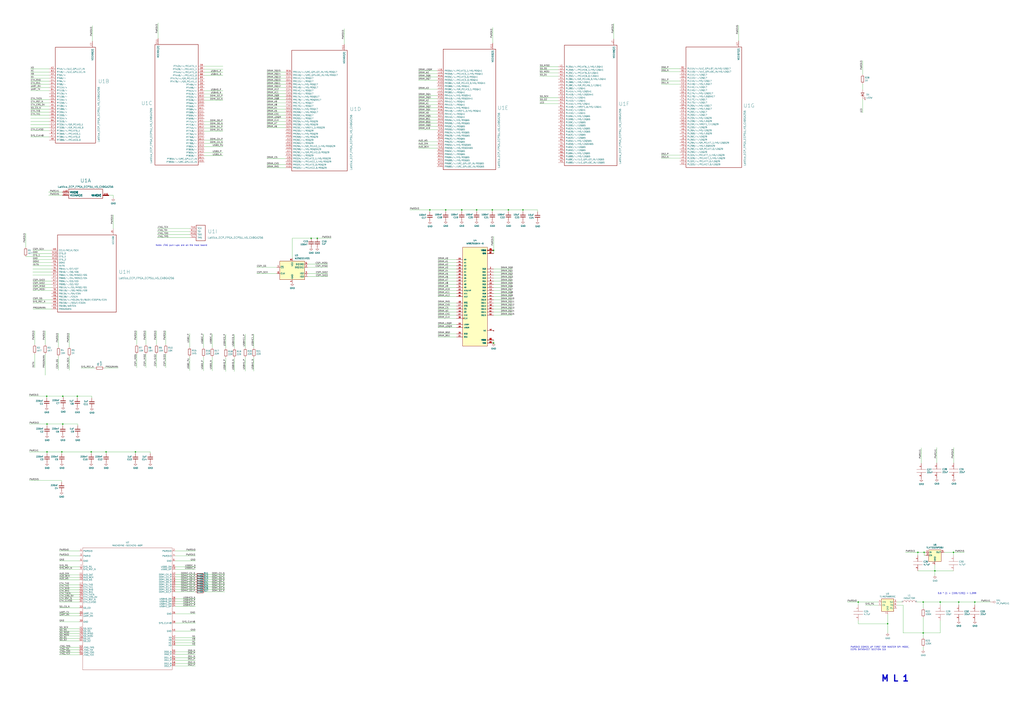
<source format=kicad_sch>
(kicad_sch (version 20211123) (generator eeschema)
  (paper "A1")
  (title_block (title "Sechzig ML1 Compute Module") (date "2024-02-21") (rev "V2") (company "Copyright © 2023 Lone Dynamics Corporation"))
  (junction (at 787.4 494.792))
  (junction (at 758.952 453.898))
  (junction (at 255.524 195.834))
  (junction (at 366.014 172.466))
  (junction (at 51.562 348.488))
  (junction (at 38.608 371.348))
  (junction (at 111.252 371.348))
  (junction (at 405.384 281.94))
  (junction (at 800.608 494.792))
  (junction (at 772.16 494.792))
  (junction (at 758.19 520.192))
  (junction (at 753.872 453.898))
  (junction (at 51.562 325.628))
  (junction (at 728.98 512.572))
  (junction (at 783.082 453.898))
  (junction (at 758.19 494.792))
  (junction (at 74.93 371.348))
  (junction (at 405.384 205.74))
  (junction (at 50.8 371.348))
  (junction (at 38.608 348.488))
  (junction (at 87.122 371.348))
  (junction (at 379.222 172.466))
  (junction (at 767.842 469.138))
  (junction (at 63.5 325.628))
  (junction (at 704.85 494.792))
  (junction (at 260.604 195.834))
  (junction (at 429.514 172.466))
  (junction (at 391.414 172.466))
  (junction (at 353.06 172.466))
  (junction (at 38.354 325.628))
  (junction (at 404.368 172.466))
  (junction (at 417.576 172.466))
  (wire (pts (xy 65.278 486.664) (xy 48.768 486.664)))
  (wire (pts (xy 234.442 94.742) (xy 219.202 94.742)))
  (wire (pts (xy 65.278 499.618) (xy 48.768 499.618)))
  (wire (pts (xy 405.384 254) (xy 420.624 254)))
  (wire (pts (xy 128.524 290.83) (xy 128.524 302.26)))
  (wire (pts (xy 234.442 82.042) (xy 219.202 82.042)))
  (wire (pts (xy 51.562 348.488) (xy 63.754 348.488)))
  (wire (pts (xy 184.658 484.378) (xy 168.148 484.378)))
  (wire (pts (xy 25.146 84.582) (xy 40.386 84.582)))
  (wire (pts (xy 160.528 472.186) (xy 144.018 472.186)))
  (wire (pts (xy 769.366 380.492) (xy 769.366 367.792)))
  (wire (pts (xy 269.24 219.71) (xy 252.73 219.71)))
  (wire (pts (xy 234.442 102.362) (xy 219.202 102.362)))
  (wire (pts (xy 359.664 236.22) (xy 374.904 236.22)))
  (wire (pts (xy 92.964 176.53) (xy 92.964 187.96)))
  (wire (pts (xy 155.702 293.116) (xy 155.702 304.546)))
  (wire (pts (xy 800.608 494.792) (xy 813.308 494.792)))
  (wire (pts (xy 208.534 293.624) (xy 208.534 305.054)))
  (wire (pts (xy 758.19 524.002) (xy 758.19 520.192)))
  (wire (pts (xy 758.19 520.192) (xy 772.16 520.192)))
  (wire (pts (xy 405.384 226.06) (xy 420.624 226.06)))
  (wire (pts (xy 741.68 497.332) (xy 741.68 520.192)))
  (wire (pts (xy 160.528 474.218) (xy 144.018 474.218)))
  (wire (pts (xy 25.146 82.042) (xy 40.386 82.042)))
  (wire (pts (xy 65.278 452.882) (xy 48.768 452.882)))
  (wire (pts (xy 25.146 64.262) (xy 40.386 64.262)))
  (wire (pts (xy 63.5 326.898) (xy 63.5 325.628)))
  (wire (pts (xy 167.894 105.156) (xy 183.134 105.156)))
  (wire (pts (xy 234.442 84.582) (xy 219.202 84.582)))
  (wire (pts (xy 358.902 101.346) (xy 343.662 101.346)))
  (wire (pts (xy 74.93 372.618) (xy 74.93 371.348)))
  (wire (pts (xy 359.664 220.98) (xy 374.904 220.98)))
  (wire (pts (xy 25.146 87.122) (xy 40.386 87.122)))
  (wire (pts (xy 366.014 172.466) (xy 379.222 172.466)))
  (wire (pts (xy 359.664 248.92) (xy 374.904 248.92)))
  (wire (pts (xy 269.24 227.33) (xy 252.73 227.33)))
  (wire (pts (xy 758.19 507.492) (xy 758.19 520.192)))
  (wire (pts (xy 26.924 248.92) (xy 42.164 248.92)))
  (wire (pts (xy 405.384 220.98) (xy 420.624 220.98)))
  (wire (pts (xy 92.964 160.528) (xy 89.408 160.528)))
  (wire (pts (xy 26.924 226.06) (xy 42.164 226.06)))
  (wire (pts (xy 160.528 461.01) (xy 144.018 461.01)))
  (wire (pts (xy 167.894 54.356) (xy 183.134 54.356)))
  (wire (pts (xy 185.42 293.878) (xy 185.42 305.308)))
  (wire (pts (xy 758.952 453.898) (xy 753.872 453.898)))
  (wire (pts (xy 710.692 497.332) (xy 721.36 497.332)))
  (wire (pts (xy 65.278 492.76) (xy 48.768 492.76)))
  (wire (pts (xy 167.894 102.616) (xy 183.134 102.616)))
  (wire (pts (xy 160.528 492.252) (xy 144.018 492.252)))
  (wire (pts (xy 234.442 74.422) (xy 219.202 74.422)))
  (wire (pts (xy 234.442 92.202) (xy 219.202 92.202)))
  (wire (pts (xy 136.144 290.83) (xy 136.144 302.26)))
  (wire (pts (xy 359.664 274.32) (xy 374.904 274.32)))
  (wire (pts (xy 185.42 274.828) (xy 185.42 286.258)))
  (wire (pts (xy 51.562 349.758) (xy 51.562 348.488)))
  (wire (pts (xy 25.146 89.662) (xy 40.386 89.662)))
  (wire (pts (xy 760.222 453.898) (xy 758.952 453.898)))
  (wire (pts (xy 184.658 472.186) (xy 168.148 472.186)))
  (wire (pts (xy 63.754 349.758) (xy 63.754 348.488)))
  (wire (pts (xy 234.442 87.122) (xy 219.202 87.122)))
  (wire (pts (xy 65.278 526.796) (xy 48.768 526.796)))
  (wire (pts (xy 728.98 512.572) (xy 728.98 520.192)))
  (wire (pts (xy 359.664 259.08) (xy 374.904 259.08)))
  (wire (pts (xy 111.252 372.618) (xy 111.252 371.348)))
  (wire (pts (xy 787.4 494.792) (xy 800.608 494.792)))
  (wire (pts (xy 184.658 474.218) (xy 168.148 474.218)))
  (wire (pts (xy 269.24 217.17) (xy 252.73 217.17)))
  (wire (pts (xy 167.894 115.316) (xy 183.134 115.316)))
  (wire (pts (xy 160.528 467.868) (xy 144.018 467.868)))
  (wire (pts (xy 48.006 273.812) (xy 48.006 285.242)))
  (wire (pts (xy 38.354 326.898) (xy 38.354 325.628)))
  (wire (pts (xy 227.33 224.79) (xy 210.82 224.79)))
  (wire (pts (xy 405.384 194.31) (xy 405.384 205.74)))
  (wire (pts (xy 160.528 547.37) (xy 144.018 547.37)))
  (wire (pts (xy 26.924 205.74) (xy 42.164 205.74)))
  (wire (pts (xy 24.13 371.348) (xy 38.608 371.348)))
  (wire (pts (xy 443.23 62.484) (xy 458.47 62.484)))
  (wire (pts (xy 111.252 371.348) (xy 123.444 371.348)))
  (wire (pts (xy 160.528 486.41) (xy 144.018 486.41)))
  (wire (pts (xy 728.98 512.572) (xy 704.85 512.572)))
  (wire (pts (xy 65.278 538.226) (xy 48.768 538.226)))
  (wire (pts (xy 25.146 74.422) (xy 40.386 74.422)))
  (wire (pts (xy 772.16 497.332) (xy 772.16 494.792)))
  (wire (pts (xy 234.442 99.822) (xy 219.202 99.822)))
  (wire (pts (xy 543.052 56.388) (xy 558.292 56.388)))
  (wire (pts (xy 234.442 104.902) (xy 219.202 104.902)))
  (wire (pts (xy 25.146 69.342) (xy 40.386 69.342)))
  (wire (pts (xy 26.924 220.98) (xy 42.164 220.98)))
  (wire (pts (xy 708.406 68.834) (xy 708.406 73.66)))
  (wire (pts (xy 543.052 66.548) (xy 558.292 66.548)))
  (wire (pts (xy 359.664 223.52) (xy 374.904 223.52)))
  (wire (pts (xy 756.666 380.746) (xy 756.666 368.046)))
  (wire (pts (xy 129.286 192.786) (xy 155.956 192.786)))
  (wire (pts (xy 184.658 482.346) (xy 168.148 482.346)))
  (wire (pts (xy 704.85 497.332) (xy 704.85 494.792)))
  (wire (pts (xy 429.514 173.736) (xy 429.514 172.466)))
  (wire (pts (xy 38.354 325.628) (xy 51.562 325.628)))
  (wire (pts (xy 21.082 210.82) (xy 42.164 210.82)))
  (wire (pts (xy 391.414 173.736) (xy 391.414 172.466)))
  (wire (pts (xy 38.608 371.348) (xy 50.8 371.348)))
  (wire (pts (xy 21.082 191.77) (xy 21.082 203.2)))
  (wire (pts (xy 26.924 223.52) (xy 42.164 223.52)))
  (wire (pts (xy 160.528 465.836) (xy 144.018 465.836)))
  (wire (pts (xy 160.528 504.444) (xy 144.018 504.444)))
  (wire (pts (xy 85.598 302.514) (xy 97.028 302.514)))
  (wire (pts (xy 160.528 535.686) (xy 144.018 535.686)))
  (wire (pts (xy 234.442 137.922) (xy 219.202 137.922)))
  (wire (pts (xy 112.268 271.78) (xy 112.268 283.21)))
  (wire (pts (xy 26.924 215.9) (xy 42.164 215.9)))
  (wire (pts (xy 704.85 494.792) (xy 721.36 494.792)))
  (wire (pts (xy 160.528 480.314) (xy 144.018 480.314)))
  (wire (pts (xy 25.146 71.882) (xy 40.386 71.882)))
  (wire (pts (xy 358.902 63.246) (xy 343.662 63.246)))
  (wire (pts (xy 441.452 172.466) (xy 441.452 173.99)))
  (wire (pts (xy 38.608 372.618) (xy 38.608 371.348)))
  (wire (pts (xy 65.278 484.632) (xy 48.768 484.632)))
  (wire (pts (xy 443.23 80.264) (xy 458.47 80.264)))
  (wire (pts (xy 65.278 536.194) (xy 48.768 536.194)))
  (wire (pts (xy 359.664 213.36) (xy 374.904 213.36)))
  (wire (pts (xy 353.06 172.466) (xy 353.06 173.99)))
  (wire (pts (xy 65.278 522.732) (xy 48.768 522.732)))
  (wire (pts (xy 25.146 97.282) (xy 40.386 97.282)))
  (wire (pts (xy 358.902 83.566) (xy 343.662 83.566)))
  (wire (pts (xy 391.414 172.466) (xy 404.368 172.466)))
  (wire (pts (xy 65.278 520.7) (xy 48.768 520.7)))
  (wire (pts (xy 129.794 18.796) (xy 129.794 31.496)))
  (wire (pts (xy 65.278 494.792) (xy 48.768 494.792)))
  (wire (pts (xy 129.286 195.326) (xy 155.956 195.326)))
  (wire (pts (xy 167.894 125.476) (xy 183.134 125.476)))
  (wire (pts (xy 201.422 293.624) (xy 201.422 305.054)))
  (wire (pts (xy 25.146 99.822) (xy 40.386 99.822)))
  (wire (pts (xy 65.278 480.568) (xy 48.768 480.568)))
  (wire (pts (xy 38.608 349.758) (xy 38.608 348.488)))
  (wire (pts (xy 65.278 490.728) (xy 48.768 490.728)))
  (wire (pts (xy 359.664 215.9) (xy 374.904 215.9)))
  (wire (pts (xy 359.664 243.84) (xy 374.904 243.84)))
  (wire (pts (xy 208.534 274.574) (xy 208.534 286.004)))
  (wire (pts (xy 404.622 22.606) (xy 404.622 35.306)))
  (wire (pts (xy 174.244 293.37) (xy 174.244 304.8)))
  (wire (pts (xy 160.528 540.512) (xy 144.018 540.512)))
  (wire (pts (xy 772.16 520.192) (xy 772.16 510.032)))
  (wire (pts (xy 358.902 103.886) (xy 343.662 103.886)))
  (wire (pts (xy 167.894 56.896) (xy 183.134 56.896)))
  (wire (pts (xy 25.146 61.722) (xy 40.386 61.722)))
  (wire (pts (xy 26.924 238.76) (xy 42.164 238.76)))
  (wire (pts (xy 26.924 208.28) (xy 42.164 208.28)))
  (wire (pts (xy 358.902 96.266) (xy 343.662 96.266)))
  (wire (pts (xy 359.664 233.68) (xy 374.904 233.68)))
  (wire (pts (xy 358.902 88.646) (xy 343.662 88.646)))
  (wire (pts (xy 772.16 494.792) (xy 787.4 494.792)))
  (wire (pts (xy 167.894 107.696) (xy 183.134 107.696)))
  (wire (pts (xy 704.85 510.032) (xy 704.85 512.572)))
  (wire (pts (xy 37.084 271.78) (xy 37.084 283.21)))
  (wire (pts (xy 201.422 274.574) (xy 201.422 286.004)))
  (wire (pts (xy 160.528 484.378) (xy 144.018 484.378)))
  (wire (pts (xy 417.576 172.466) (xy 429.514 172.466)))
  (wire (pts (xy 160.528 478.282) (xy 144.018 478.282)))
  (wire (pts (xy 56.896 292.862) (xy 56.896 304.292)))
  (wire (pts (xy 760.222 456.438) (xy 758.952 456.438)))
  (wire (pts (xy 783.336 380.492) (xy 783.336 367.792)))
  (wire (pts (xy 24.13 348.488) (xy 38.608 348.488)))
  (wire (pts (xy 160.528 494.284) (xy 144.018 494.284)))
  (wire (pts (xy 174.244 274.32) (xy 174.244 285.75)))
  (wire (pts (xy 119.888 271.78) (xy 119.888 283.21)))
  (wire (pts (xy 358.902 65.786) (xy 343.662 65.786)))
  (wire (pts (xy 28.448 271.78) (xy 28.448 283.21)))
  (wire (pts (xy 443.23 57.404) (xy 458.47 57.404)))
  (wire (pts (xy 167.132 274.32) (xy 167.132 285.75)))
  (wire (pts (xy 65.278 504.19) (xy 48.768 504.19)))
  (wire (pts (xy 783.082 456.438) (xy 783.082 453.898)))
  (wire (pts (xy 405.384 259.08) (xy 420.624 259.08)))
  (wire (pts (xy 359.664 261.62) (xy 374.904 261.62)))
  (wire (pts (xy 359.664 269.24) (xy 374.904 269.24)))
  (wire (pts (xy 504.19 19.304) (xy 504.19 32.004)))
  (wire (pts (xy 606.552 33.528) (xy 606.552 20.828)))
  (wire (pts (xy 405.384 233.68) (xy 420.624 233.68)))
  (wire (pts (xy 65.278 534.162) (xy 48.768 534.162)))
  (wire (pts (xy 359.664 241.3) (xy 374.904 241.3)))
  (wire (pts (xy 160.528 537.718) (xy 144.018 537.718)))
  (wire (pts (xy 443.23 54.864) (xy 458.47 54.864)))
  (wire (pts (xy 66.548 302.514) (xy 77.978 302.514)))
  (wire (pts (xy 359.664 251.46) (xy 374.904 251.46)))
  (wire (pts (xy 282.702 23.622) (xy 282.702 36.322)))
  (wire (pts (xy 128.524 271.78) (xy 128.524 283.21)))
  (wire (pts (xy 405.384 243.84) (xy 420.624 243.84)))
  (wire (pts (xy 160.528 498.348) (xy 144.018 498.348)))
  (wire (pts (xy 184.658 476.25) (xy 168.148 476.25)))
  (wire (pts (xy 708.406 49.784) (xy 708.406 61.214)))
  (wire (pts (xy 359.664 276.86) (xy 374.904 276.86)))
  (wire (pts (xy 358.902 119.126) (xy 343.662 119.126)))
  (wire (pts (xy 240.03 195.834) (xy 240.03 212.09)))
  (wire (pts (xy 758.19 534.162) (xy 758.19 531.622)))
  (wire (pts (xy 458.47 59.944) (xy 443.23 59.944)))
  (wire (pts (xy 160.528 482.346) (xy 144.018 482.346)))
  (wire (pts (xy 26.924 236.22) (xy 42.164 236.22)))
  (wire (pts (xy 87.122 371.348) (xy 111.252 371.348)))
  (wire (pts (xy 167.894 74.676) (xy 183.134 74.676)))
  (wire (pts (xy 443.23 85.344) (xy 458.47 85.344)))
  (wire (pts (xy 404.368 172.466) (xy 417.576 172.466)))
  (wire (pts (xy 160.528 518.668) (xy 144.018 518.668)))
  (wire (pts (xy 359.664 228.6) (xy 374.904 228.6)))
  (wire (pts (xy 543.052 127.508) (xy 558.292 127.508)))
  (wire (pts (xy 119.888 290.83) (xy 119.888 302.26)))
  (wire (pts (xy 167.894 128.016) (xy 183.134 128.016)))
  (wire (pts (xy 358.902 121.666) (xy 343.662 121.666)))
  (wire (pts (xy 358.902 60.706) (xy 343.662 60.706)))
  (wire (pts (xy 26.924 233.68) (xy 42.164 233.68)))
  (wire (pts (xy 767.842 464.058) (xy 767.842 469.138)))
  (wire (pts (xy 379.222 172.466) (xy 379.222 173.736)))
  (wire (pts (xy 234.442 97.282) (xy 219.202 97.282)))
  (wire (pts (xy 358.902 106.426) (xy 343.662 106.426)))
  (wire (pts (xy 92.964 162.814) (xy 92.964 160.528)))
  (wire (pts (xy 136.144 271.78) (xy 136.144 283.21)))
  (wire (pts (xy 353.06 172.466) (xy 366.014 172.466)))
  (wire (pts (xy 767.842 472.948) (xy 767.842 469.138)))
  (wire (pts (xy 50.8 371.348) (xy 74.93 371.348)))
  (wire (pts (xy 39.878 160.528) (xy 51.308 160.528)))
  (wire (pts (xy 234.442 76.962) (xy 219.202 76.962)))
  (wire (pts (xy 736.6 494.792) (xy 740.41 494.792)))
  (wire (pts (xy 25.146 112.522) (xy 40.386 112.522)))
  (wire (pts (xy 160.528 452.882) (xy 144.018 452.882)))
  (wire (pts (xy 160.528 512.064) (xy 144.018 512.064)))
  (wire (pts (xy 800.608 494.792) (xy 800.608 497.332)))
  (wire (pts (xy 87.122 372.618) (xy 87.122 371.348)))
  (wire (pts (xy 129.286 187.706) (xy 155.956 187.706)))
  (wire (pts (xy 65.278 472.44) (xy 48.768 472.44)))
  (wire (pts (xy 184.658 478.282) (xy 168.148 478.282)))
  (wire (pts (xy 743.712 453.898) (xy 753.872 453.898)))
  (wire (pts (xy 39.878 157.988) (xy 51.308 157.988)))
  (wire (pts (xy 65.278 482.6) (xy 48.768 482.6)))
  (wire (pts (xy 75.946 21.082) (xy 75.946 33.782)))
  (wire (pts (xy 405.384 246.38) (xy 420.624 246.38)))
  (wire (pts (xy 167.132 293.37) (xy 167.132 304.8)))
  (wire (pts (xy 405.384 223.52) (xy 420.624 223.52)))
  (wire (pts (xy 65.278 456.946) (xy 48.768 456.946)))
  (wire (pts (xy 405.384 279.4) (xy 405.384 281.94)))
  (wire (pts (xy 123.444 372.618) (xy 123.444 371.348)))
  (wire (pts (xy 758.19 499.872) (xy 758.19 494.792)))
  (wire (pts (xy 65.278 467.868) (xy 48.768 467.868)))
  (wire (pts (xy 359.664 238.76) (xy 374.904 238.76)))
  (wire (pts (xy 359.664 256.54) (xy 374.904 256.54)))
  (wire (pts (xy 65.278 488.696) (xy 48.768 488.696)))
  (wire (pts (xy 50.546 396.24) (xy 50.546 394.97)))
  (wire (pts (xy 359.664 254) (xy 374.904 254)))
  (wire (pts (xy 227.33 219.71) (xy 210.82 219.71)))
  (wire (pts (xy 775.462 453.898) (xy 783.082 453.898)))
  (wire (pts (xy 358.902 98.806) (xy 343.662 98.806)))
  (wire (pts (xy 160.528 528.32) (xy 144.018 528.32)))
  (wire (pts (xy 358.902 58.166) (xy 343.662 58.166)))
  (wire (pts (xy 234.442 69.342) (xy 219.202 69.342)))
  (wire (pts (xy 379.222 172.466) (xy 391.414 172.466)))
  (wire (pts (xy 160.528 545.338) (xy 144.018 545.338)))
  (wire (pts (xy 25.146 59.182) (xy 40.386 59.182)))
  (wire (pts (xy 38.608 348.488) (xy 51.562 348.488)))
  (wire (pts (xy 405.384 228.6) (xy 420.624 228.6)))
  (wire (pts (xy 25.146 92.202) (xy 40.386 92.202)))
  (wire (pts (xy 160.528 496.316) (xy 144.018 496.316)))
  (wire (pts (xy 160.528 530.352) (xy 144.018 530.352)))
  (wire (pts (xy 129.286 190.246) (xy 155.956 190.246)))
  (wire (pts (xy 75.438 325.628) (xy 75.438 327.152)))
  (wire (pts (xy 240.03 195.834) (xy 255.524 195.834)))
  (wire (pts (xy 167.894 79.756) (xy 183.134 79.756)))
  (wire (pts (xy 234.442 61.722) (xy 219.202 61.722)))
  (wire (pts (xy 167.894 100.076) (xy 183.134 100.076)))
  (wire (pts (xy 405.384 238.76) (xy 420.624 238.76)))
  (wire (pts (xy 26.924 218.44) (xy 42.164 218.44)))
  (wire (pts (xy 65.278 516.636) (xy 48.768 516.636)))
  (wire (pts (xy 336.55 172.466) (xy 353.06 172.466)))
  (wire (pts (xy 695.96 494.792) (xy 704.85 494.792)))
  (wire (pts (xy 65.278 524.764) (xy 48.768 524.764)))
  (wire (pts (xy 155.702 274.066) (xy 155.702 285.496)))
  (wire (pts (xy 23.876 325.628) (xy 38.354 325.628)))
  (wire (pts (xy 37.084 290.83) (xy 37.084 308.356)))
  (wire (pts (xy 25.146 107.442) (xy 40.386 107.442)))
  (wire (pts (xy 167.894 61.976) (xy 183.134 61.976)))
  (wire (pts (xy 543.052 69.088) (xy 558.292 69.088)))
  (wire (pts (xy 358.902 86.106) (xy 343.662 86.106)))
  (wire (pts (xy 25.146 104.902) (xy 40.386 104.902)))
  (wire (pts (xy 358.902 81.026) (xy 343.662 81.026)))
  (wire (pts (xy 234.442 59.182) (xy 219.202 59.182)))
  (wire (pts (xy 443.23 82.804) (xy 458.47 82.804)))
  (wire (pts (xy 167.894 117.856) (xy 183.134 117.856)))
  (wire (pts (xy 234.442 130.302) (xy 219.202 130.302)))
  (wire (pts (xy 25.146 56.642) (xy 40.386 56.642)))
  (wire (pts (xy 160.528 476.25) (xy 144.018 476.25)))
  (wire (pts (xy 167.894 82.296) (xy 183.134 82.296)))
  (wire (pts (xy 167.894 77.216) (xy 183.134 77.216)))
  (wire (pts (xy 25.146 66.802) (xy 40.386 66.802)))
  (wire (pts (xy 65.278 506.222) (xy 48.768 506.222)))
  (wire (pts (xy 51.816 326.39) (xy 51.562 325.628)))
  (wire (pts (xy 27.051 254) (xy 42.164 254)))
  (wire (pts (xy 359.664 231.14) (xy 374.904 231.14)))
  (wire (pts (xy 50.8 372.618) (xy 50.8 371.348)))
  (wire (pts (xy 405.384 251.46) (xy 420.624 251.46)))
  (wire (pts (xy 65.278 474.472) (xy 48.768 474.472)))
  (wire (pts (xy 405.384 236.22) (xy 420.624 236.22)))
  (wire (pts (xy 728.98 504.952) (xy 728.98 512.572)))
  (wire (pts (xy 543.052 58.928) (xy 558.292 58.928)))
  (wire (pts (xy 260.604 195.834) (xy 272.034 195.834)))
  (wire (pts (xy 753.872 469.138) (xy 767.842 469.138)))
  (wire (pts (xy 160.528 524.002) (xy 144.018 524.002)))
  (wire (pts (xy 24.13 394.97) (xy 50.546 394.97)))
  (wire (pts (xy 358.902 78.486) (xy 343.662 78.486)))
  (wire (pts (xy 26.924 246.38) (xy 42.164 246.38)))
  (wire (pts (xy 65.278 461.01) (xy 48.768 461.01)))
  (wire (pts (xy 366.014 172.466) (xy 366.014 173.736)))
  (wire (pts (xy 234.442 71.882) (xy 219.202 71.882)))
  (wire (pts (xy 543.052 130.048) (xy 558.292 130.048)))
  (wire (pts (xy 25.146 94.742) (xy 40.386 94.742)))
  (wire (pts (xy 429.514 172.466) (xy 441.452 172.466)))
  (wire (pts (xy 184.658 480.314) (xy 168.148 480.314)))
  (wire (pts (xy 51.562 325.628) (xy 63.5 325.628)))
  (wire (pts (xy 758.952 456.438) (xy 758.952 453.898)))
  (wire (pts (xy 25.146 102.362) (xy 40.386 102.362)))
  (wire (pts (xy 417.576 173.736) (xy 417.576 172.466)))
  (wire (pts (xy 405.384 231.14) (xy 420.624 231.14)))
  (wire (pts (xy 112.268 290.83) (xy 112.268 302.26)))
  (wire (pts (xy 160.528 456.946) (xy 144.018 456.946)))
  (wire (pts (xy 359.664 266.7) (xy 374.904 266.7)))
  (wire (pts (xy 26.924 231.14) (xy 42.164 231.14)))
  (wire (pts (xy 255.524 195.834) (xy 260.604 195.834)))
  (wire (pts (xy 234.442 89.662) (xy 219.202 89.662)))
  (wire (pts (xy 160.528 542.544) (xy 144.018 542.544)))
  (wire (pts (xy 758.19 494.792) (xy 772.16 494.792)))
  (wire (pts (xy 358.902 91.186) (xy 343.662 91.186)))
  (wire (pts (xy 767.842 469.138) (xy 783.082 469.138)))
  (wire (pts (xy 758.19 494.792) (xy 753.11 494.792)))
  (wire (pts (xy 405.384 241.3) (xy 420.624 241.3)))
  (wire (pts (xy 358.902 93.726) (xy 343.662 93.726)))
  (wire (pts (xy 65.278 465.836) (xy 48.768 465.836)))
  (wire (pts (xy 787.4 494.792) (xy 787.4 497.332)))
  (wire (pts (xy 736.6 497.332) (xy 741.68 497.332)))
  (wire (pts (xy 753.872 456.438) (xy 753.872 453.898)))
  (wire (pts (xy 65.278 518.668) (xy 48.768 518.668)))
  (wire (pts (xy 56.896 273.812) (xy 56.896 285.242)))
  (wire (pts (xy 358.902 116.586) (xy 343.662 116.586)))
  (wire (pts (xy 63.5 325.628) (xy 75.438 325.628)))
  (wire (pts (xy 234.442 66.802) (xy 219.202 66.802)))
  (wire (pts (xy 184.658 486.41) (xy 168.148 486.41)))
  (wire (pts (xy 167.894 59.436) (xy 183.134 59.436)))
  (wire (pts (xy 26.924 213.36) (xy 42.164 213.36)))
  (wire (pts (xy 404.368 173.736) (xy 404.368 172.466)))
  (wire (pts (xy 359.664 218.44) (xy 374.904 218.44)))
  (wire (pts (xy 708.406 81.28) (xy 708.406 92.71)))
  (wire (pts (xy 269.24 224.79) (xy 252.73 224.79)))
  (wire (pts (xy 405.384 256.54) (xy 420.624 256.54)))
  (wire (pts (xy 192.532 293.878) (xy 192.532 305.308)))
  (wire (pts (xy 65.278 511.048) (xy 48.768 511.048)))
  (wire (pts (xy 405.384 205.74) (xy 405.384 208.28)))
  (wire (pts (xy 192.532 274.828) (xy 192.532 286.258)))
  (wire (pts (xy 65.278 476.504) (xy 48.768 476.504)))
  (wire (pts (xy 28.448 290.83) (xy 28.448 302.26)))
  (wire (pts (xy 234.442 79.502) (xy 219.202 79.502)))
  (wire (pts (xy 234.442 135.382) (xy 219.202 135.382)))
  (wire (pts (xy 758.19 520.192) (xy 741.68 520.192)))
  (wire (pts (xy 359.664 226.06) (xy 374.904 226.06)))
  (wire (pts (xy 74.93 371.348) (xy 87.122 371.348)))
  (wire (pts (xy 65.278 532.13) (xy 48.768 532.13)))
  (wire (pts (xy 358.902 73.406) (xy 343.662 73.406)))
  (wire (pts (xy 167.894 120.396) (xy 183.134 120.396)))
  (wire (pts (xy 783.082 453.898) (xy 791.972 453.898)))
  (wire (pts (xy 405.384 248.92) (xy 420.624 248.92)))
  (wire (pts (xy 48.006 292.862) (xy 48.006 304.292)))
  (wire (pts (xy 234.442 64.262) (xy 219.202 64.262)))
  (wire (pts (xy 160.528 526.034) (xy 144.018 526.034)))
  (text "M L 1" (at 723.392 560.578 0) (effects (font (size 5 5) (thickness 1) bold) (justify left bottom)))
  (text "PWR3V3 COMES UP FIRST FOR MASTER SPI MODE,\nECP5 DATASHEET SECTION 3.5" (at 698.5 534.67 0) (effects (font (size 1.27 1.27)) (justify left bottom)))
  (text "0.6 * (1 + (100/120)) = 1.099" (at 770.128 488.442 0) (effects (font (size 1.27 1.27)) (justify left bottom)))
  (text "Note: JTAG pull-ups are on the host board" (at 127.762 202.438 0) (effects (font (size 1.27 1.27)) (justify left bottom)))
  (label "DRAM_LDQM" (at 343.662 58.166 0))
  (label "ETH_RST_N" (at 25.146 84.582 0))
  (label "DRAM_DQ0" (at 411.226 220.98 0))
  (label "PWR1V1" (at 40.894 157.988 0))
  (label "DRAM_CLK" (at 219.202 99.822 0))
  (label "USBDC_P" (at 151.892 467.868 0))
  (label "AUD_BCK" (at 343.662 121.666 0))
  (label "ETH_TXEN" (at 25.146 82.042 0))
  (label "SD_MOSI" (at 451.358 59.944 180))
  (label "DRAM_CS" (at 219.202 130.302 0))
  (label "DRAM_CLK" (at 359.664 261.62 0))
  (label "DDMIC_D0_N" (at 148.59 476.25 0))
  (label "PWR3V3" (at 743.712 453.898 0))
  (label "DRAM_DQ5" (at 411.226 233.68 0))
  (label "USBDC_N" (at 151.892 465.836 0))
  (label "CSPI_SS" (at 26.924 246.38 0))
  (label "DRAM_DQ15" (at 219.202 59.182 0))
  (label "DRAM_A4" (at 359.664 223.52 0))
  (label "DRAM_CKE" (at 359.664 259.08 0))
  (label "DRAM_DQ3" (at 411.226 228.6 0))
  (label "DDMI_CK_N" (at 173.99 472.186 0))
  (label "DRAM_BS0" (at 359.664 274.32 0))
  (label "USBD_N" (at 174.498 128.016 0))
  (label "ETH_TX0" (at 48.768 480.568 0))
  (label "DRAM_A6" (at 219.202 104.902 0))
  (label "PWR3V3" (at 119.888 279.4 90))
  (label "DRAM_A8" (at 359.664 233.68 0))
  (label "PWR5V0" (at 48.768 452.882 0))
  (label "ETH_CLK50" (at 25.146 107.442 0))
  (label "DRAM_BS0" (at 343.662 101.346 0))
  (label "SYS_RST_N" (at 66.548 302.514 0))
  (label "DRAM_DQ11" (at 411.226 248.92 0))
  (label "XB" (at 157.734 526.034 0))
  (label "DRAM_DQ7" (at 411.226 238.76 0))
  (label "USBHC0_N" (at 150.368 492.252 0))
  (label "DDMI_D1_N" (at 173.99 480.314 0))
  (label "DRAM_BS1" (at 359.664 276.86 0))
  (label "SD_CD_N" (at 48.768 499.618 0))
  (label "DRAM_A10" (at 359.664 238.76 0))
  (label "DRAM_CAS" (at 219.202 135.382 0))
  (label "INITN" (at 26.924 218.44 0))
  (label "USBH0_N" (at 192.532 304.038 90))
  (label "XC" (at 25.146 59.182 0))
  (label "USBHC1_N" (at 208.534 284.48 90))
  (label "SD_SS" (at 443.23 57.404 0))
  (label "PWR2V5" (at 24.13 394.97 0))
  (label "PWR3V3" (at 282.702 32.258 90))
  (label "DRAM_A1" (at 359.664 215.9 0))
  (label "DRAM_DQ1" (at 343.662 91.186 0))
  (label "AUD_WS" (at 48.768 476.504 0))
  (label "SD_CD_N" (at 25.146 89.662 0))
  (label "UART_TX" (at 48.768 504.19 0))
  (label "CSPI_SIO3" (at 259.334 227.33 0))
  (label "DRAM_WE" (at 359.664 256.54 0))
  (label "DDMI_CK_P" (at 173.99 474.218 0))
  (label "SD_MISO" (at 48.768 520.7 0))
  (label "PWR3V3" (at 128.524 279.4 90))
  (label "PWR3V3" (at 112.268 279.4 90))
  (label "DRAM_A5" (at 219.202 92.202 0))
  (label "USBHC1_N" (at 150.368 496.316 0))
  (label "DDMIC_D0_P" (at 148.59 478.282 0))
  (label "GND" (at 156.21 504.444 0))
  (label "CSPI_SCK" (at 56.896 303.022 90))
  (label "DRAM_DQ2" (at 411.226 226.06 0))
  (label "DRAM_DQ9" (at 411.226 243.84 0))
  (label "GND" (at 48.768 511.048 0))
  (label "DONE" (at 26.924 215.9 0))
  (label "USBH1_N" (at 172.974 61.976 0))
  (label "ETH_TX0" (at 25.146 92.202 0))
  (label "USBDC_N" (at 174.244 282.702 90))
  (label "AUD_DIN" (at 343.662 119.126 0))
  (label "PWR3V3" (at 24.13 348.488 0))
  (label "PROGRAMN" (at 37.084 302.26 90))
  (label "PWR3V3" (at 56.896 281.432 90))
  (label "DS2_P" (at 543.052 127.508 0))
  (label "DRAM_A2" (at 359.664 218.44 0))
  (label "USBH0_P" (at 172.974 74.676 0))
  (label "PWR3V3" (at 783.336 376.682 90))
  (label "PWR1V1" (at 769.366 376.682 90))
  (label "JTAG_TDO" (at 48.768 536.194 0))
  (label "DRAM_UDQM" (at 359.664 269.24 0))
  (label "JTAG_TMS" (at 129.286 195.326 0))
  (label "USBH1_P" (at 172.974 59.436 0))
  (label "PWR5V0" (at 152.908 452.882 0))
  (label "SD_D2" (at 48.768 526.796 0))
  (label "CFG_1" (at 26.924 210.82 0))
  (label "USBH1_P" (at 201.422 303.784 90))
  (label "DRAM_DQ12" (at 219.202 71.882 0))
  (label "AUD_BCK" (at 48.768 474.472 0))
  (label "CSPI_MISO" (at 26.924 236.22 0))
  (label "DRAM_UDQM" (at 219.202 97.282 0))
  (label "DDMI_D1_P" (at 173.99 482.346 0))
  (label "DRAM_DQ11" (at 219.202 69.342 0))
  (label "SD_D2" (at 443.23 82.804 0))
  (label "USBD_N" (at 174.244 303.53 90))
  (label "PWR3V3" (at 404.622 31.242 90))
  (label "DRAM_DQ13" (at 411.226 254 0))
  (label "CSPI_SCK" (at 26.924 205.74 0))
  (label "DDMI_CK_P" (at 172.466 115.316 0))
  (label "DRAM_DQ9" (at 219.202 79.502 0))
  (label "PWR1V1" (at 756.666 376.936 90))
  (label "DRAM_DQ1" (at 411.226 223.52 0))
  (label "DDMIC_D2_N" (at 148.59 484.378 0))
  (label "DRAM_A7" (at 219.202 102.362 0))
  (label "UART_RX" (at 25.146 71.882 0))
  (label "SYS_PG" (at 710.692 497.332 0))
  (label "DRAM_A8" (at 219.202 87.122 0))
  (label "DDMI_D2_N" (at 173.99 484.378 0))
  (label "DDMI_D2_N" (at 172.466 82.296 0))
  (label "DRAM_DQ4" (at 411.226 231.14 0))
  (label "CSPI_MOSI" (at 26.924 238.76 0))
  (label "DDMIC_D2_P" (at 148.59 486.41 0))
  (label "XA" (at 157.734 524.002 0))
  (label "PWR2V5" (at 784.352 453.898 0))
  (label "SD_MOSI" (at 48.768 522.732 0))
  (label "DS2_P" (at 154.178 547.37 0))
  (label "USBH0_N" (at 172.974 77.216 0))
  (label "DRAM_DQ10" (at 219.202 66.802 0))
  (label "USBHC1_P" (at 150.368 498.348 0))
  (label "DRAM_DQ0" (at 343.662 103.886 0))
  (label "DDMI_D0_P" (at 172.466 100.076 0))
  (label "DDMI_D1_N" (at 172.466 107.696 0))
  (label "ETH_TXEN" (at 48.768 488.696 0))
  (label "DS0_P" (at 543.052 56.388 0))
  (label "GND" (at 26.924 213.36 0))
  (label "AUD_DIN" (at 48.768 472.44 0))
  (label "DDMI_CK_N" (at 172.466 117.856 0))
  (label "DRAM_A0" (at 359.664 213.36 0))
  (label "SD_D1" (at 443.23 62.484 0))
  (label "CSPI_SIO2" (at 26.924 233.68 0))
  (label "SYS_RST_N" (at 26.924 248.92 0))
  (label "ETH_RX1" (at 25.146 69.342 0))
  (label "DRAM_DQ2" (at 343.662 88.646 0))
  (label "DRAM_DQ6" (at 343.662 63.246 0))
  (label "DRAM_DQ4" (at 343.662 78.486 0))
  (label "DRAM_DQ3" (at 343.662 81.026 0))
  (label "DRAM_A0" (at 343.662 93.726 0))
  (label "DDMI_D2_P" (at 172.466 79.756 0))
  (label "DDMIC_D1_N" (at 148.59 480.314 0))
  (label "DRAM_A4" (at 219.202 89.662 0))
  (label "DS2_N" (at 543.052 130.048 0))
  (label "DRAM_WE" (at 343.662 60.706 0))
  (label "PWR3V3" (at 23.876 325.628 0))
  (label "DRAM_DQ5" (at 343.662 96.266 0))
  (label "ETH_RX0" (at 48.768 484.632 0))
  (label "DRAM_A10" (at 343.662 106.426 0))
  (label "DS1_P" (at 543.052 66.548 0))
  (label "GND" (at 48.768 461.01 0))
  (label "PWR2V5" (at 40.894 160.528 0))
  (label "SYS_CLK48" (at 149.606 512.064 0))
  (label "DRAM_A9" (at 359.664 236.22 0))
  (label "PWR3V3" (at 136.144 279.4 90))
  (label "JTAG_TMS" (at 48.768 532.13 0))
  (label "XC" (at 157.734 528.32 0))
  (label "USBHC0_N" (at 192.532 284.734 90))
  (label "DRAM_DQ14" (at 411.226 256.54 0))
  (label "DDMI_D0_N" (at 172.466 102.616 0))
  (label "CSPI_SS" (at 210.82 219.71 0))
  (label "DRAM_DQ13" (at 219.202 64.262 0))
  (label "CSPI_MISO" (at 259.08 219.71 0))
  (label "DRAM_A3" (at 359.664 220.98 0))
  (label "ETH_CLK50" (at 48.768 494.792 0))
  (label "DRAM_A11" (at 219.202 76.962 0))
  (label "USBDC_P" (at 167.132 282.702 90))
  (label "XD" (at 157.734 530.352 0))
  (label "PWR3V3" (at 48.768 456.946 0))
  (label "CSPI_SIO3" (at 136.144 300.99 90))
  (label "DRAM_BS1" (at 343.662 98.806 0))
  (label "PWR3V3" (at 48.006 281.432 90))
  (label "UART_TX" (at 25.146 74.422 0))
  (label "GND" (at 26.924 208.28 0))
  (label "DDMI_D0_N" (at 173.99 476.25 0))
  (label "PROGRAMN" (at 86.614 302.514 0))
  (label "USBH1_N" (at 208.534 303.784 90))
  (label "SYS_CLK48" (at 25.146 112.522 0))
  (label "DRAM_A6" (at 359.664 228.6 0))
  (label "AUD_WS" (at 343.662 116.586 0))
  (label "PWR3V3" (at 129.794 27.432 90))
  (label "DDMI_D1_P" (at 172.466 105.156 0))
  (label "JTAG_TDI" (at 129.286 190.246 0))
  (label "USBD_P" (at 167.132 303.53 90))
  (label "DRAM_DQ10" (at 411.226 246.38 0))
  (label "DRAM_A5" (at 359.664 226.06 0))
  (label "DRAM_DQ7" (at 343.662 65.786 0))
  (label "PWR3V3" (at 264.414 195.834 0))
  (label "DS1_P" (at 154.178 542.544 0))
  (label "ETH_RX1" (at 48.768 486.664 0))
  (label "PWR3V3" (at 152.654 456.946 0))
  (label "USBHC0_P" (at 150.368 494.284 0))
  (label "USBHC0_P" (at 185.42 284.48 90))
  (label "PWR3V3" (at 708.406 57.404 90))
  (label "DRAM_DQ14" (at 219.202 61.722 0))
  (label "SD_SS" (at 48.768 518.668 0))
  (label "PWR3V3" (at 336.55 172.466 0))
  (label "DRAM_DQ12" (at 411.226 251.46 0))
  (label "DRAM_RAS" (at 359.664 248.92 0))
  (label "XD" (at 25.146 56.642 0))
  (label "CSPI_SIO2" (at 128.524 300.99 90))
  (label "DRAM_A12" (at 219.202 74.422 0))
  (label "DRAM_A3" (at 343.662 73.406 0))
  (label "DDMIC_D1_P" (at 148.59 482.346 0))
  (label "USBD_P" (at 174.498 125.476 0))
  (label "DS0_N" (at 543.052 58.928 0))
  (label "DRAM_A7" (at 359.664 231.14 0))
  (label "DDMIC_CK_N" (at 148.59 472.186 0))
  (label "PWR1V1" (at 805.688 494.792 0))
  (label "PWR1V1" (at 24.13 371.348 0))
  (label "GND" (at 156.464 518.668 0))
  (label "DRAM_DQ8" (at 219.202 82.042 0))
  (label "XA" (at 25.146 64.262 0))
  (label "DRAM_LDQM" (at 359.664 266.7 0))
  (label "JTAG_TDO" (at 129.286 192.786 0))
  (label "PWR3V3" (at 75.946 29.718 90))
  (label "DRAM_DQ8" (at 411.226 241.3 0))
  (label "DRAM_CKE" (at 219.202 94.742 0))
  (label "JTAG_TCK" (at 129.286 187.706 0))
  (label "ETH_CRS_DV" (at 48.768 490.728 0))
  (label "DRAM_CAS" (at 359.664 251.46 0))
  (label "JTAG_TCK" (at 48.768 538.226 0))
  (label "USBD_PU" (at 174.498 120.396 0))
  (label "PWR3V3" (at 504.19 27.432 90))
  (label "PWR3V3" (at 28.448 279.4 90))
  (label "SYS_RST_N" (at 48.768 467.868 0))
  (label "SD_SCK" (at 443.23 80.264 0))
  (label "DDMIC_CK_P" (at 148.59 474.218 0))
  (label "JTAG_TDI" (at 48.768 534.162 0))
  (label "USBD_P" (at 155.702 281.686 90))
  (label "DRAM_A9" (at 219.202 84.582 0))
  (label "DRAM_A12" (at 359.664 243.84 0))
  (label "PWR3V3" (at 21.082 199.39 90))
  (label "ETH_TX1" (at 48.768 482.6 0))
  (label "ETH_CRS_DV" (at 25.146 87.122 0))
  (label "DS0_P" (at 154.178 537.718 0))
  (label "ETH_RX0" (at 25.146 66.802 0))
  (label "PWR3V3" (at 405.384 201.93 90))
  (label "CSPI_SS" (at 48.006 303.022 90))
  (label "DRAM_RAS" (at 219.202 137.922 0))
  (label "PWR3V3" (at 92.964 184.15 90))
  (label "SD_SCK" (at 48.768 516.636 0))
  (label "USBD_PU" (at 155.702 303.276 90))
  (label "CSPI_SIO3" (at 26.924 231.14 0))
  (label "SD_MISO" (at 443.23 54.864 0))
  (label "LED" (at 443.23 85.344 0))
  (label "CSPI_SCK" (at 210.82 224.79 0))
  (label "USBHC1_P" (at 201.422 284.734 90))
  (label "DDMI_D2_P" (at 173.99 486.41 0))
  (label "ETH_RST_N" (at 48.768 492.76 0))
  (label "PWR3V3" (at 37.084 279.4 90))
  (label "CSPI_SIO2" (at 259.334 224.79 0))
  (label "PWR5V0" (at 695.96 494.792 0))
  (label "DRAM_DQ6" (at 411.226 236.22 0))
  (label "DRAM_CS" (at 359.664 254 0))
  (label "DRAM_DQ15" (at 411.226 259.08 0))
  (label "DRAM_A11" (at 359.664 241.3 0))
  (label "DDMI_D0_P" (at 173.99 478.282 0))
  (label "LED" (at 708.406 92.71 90))
  (label "DS2_N" (at 154.178 545.338 0))
  (label "DS1_N" (at 543.052 69.088 0))
  (label "CSPI_MOSI" (at 259.08 217.17 0))
  (label "PROGRAMN" (at 27.051 254 0))
  (label "INITN" (at 28.448 302.26 90))
  (label "UART_RX" (at 48.768 506.222 0))
  (label "ETH_TX1" (at 25.146 94.742 0))
  (label "PWR2V5" (at 606.552 28.194 90))
  (label "DS0_N" (at 154.178 535.686 0))
  (label "DS1_N" (at 154.178 540.512 0))
  (label "CSPI_MOSI" (at 112.268 300.99 90))
  (label "DRAM_A2" (at 343.662 83.566 0))
  (label "SD_D1" (at 48.768 524.764 0))
  (label "SYS_PG" (at 48.768 465.836 0))
  (label "GND" (at 156.464 461.01 0))
  (label "CSPI_MISO" (at 119.888 300.99 90))
  (label "DRAM_A1" (at 343.662 86.106 0))
  (label "USBH0_P" (at 185.42 304.038 90))
  (label "XB" (at 25.146 61.722 0))
  (symbol (lib_id "Regulator_Linear:TLV73325PDBV") (at 767.842 456.438 0) (unit 1)
    (property "Reference" "U6" (at 767.842 447.7512 0))
    (property "Value" "TLV73325PDBV" (at 767.842 450.0626 0))
    (property "Footprint" "Package_TO_SOT_SMD:SOT-23-5" (effects hide))
    (property "Datasheet" "http://www.ti.com/lit/ds/symlink/tlv733p.pdf" (effects hide))
  )
  (symbol (lib_id "pspice:C") (at 753.872 462.788 0) (unit 1)
    (property "Reference" "C26" (at 758.3932 461.6196 0) (effects (justify left)))
    (property "Value" "4.7uF" (at 758.3932 463.931 0) (effects (justify left)))
    (property "Footprint" "Capacitor_SMD:C_0603_1608Metric" (effects hide))
  )
  (symbol (lib_id "power:GND") (at 767.842 472.948 0) (unit 1)
    (property "Reference" "#PWR032" (effects hide))
    (property "Value" "GND" (at 767.969 477.3422 0))
  )
  (symbol (lib_id "pspice:C") (at 783.082 462.788 0) (unit 1)
    (property "Reference" "C30" (at 787.6032 461.6196 0) (effects (justify left)))
    (property "Value" "4.7uF" (at 787.6032 463.931 0) (effects (justify left)))
    (property "Footprint" "Capacitor_SMD:C_0603_1608Metric" (effects hide))
  )
  (symbol (lib_id "pspice:C") (at 783.336 386.842 0) (unit 1)
    (property "Reference" "C31" (at 787.8572 385.6736 0) (effects (justify left)))
    (property "Value" "22uF" (at 787.8572 387.985 0) (effects (justify left)))
    (property "Footprint" "Capacitor_SMD:C_0603_1608Metric" (effects hide))
  )
  (symbol (lib_id "power:GND") (at 769.366 393.192 0) (unit 1)
    (property "Reference" "#PWR033" (effects hide))
    (property "Value" "GND" (at 769.493 397.5862 0))
  )
  (symbol (lib_id "power:GND") (at 783.336 393.192 0) (unit 1)
    (property "Reference" "#PWR034" (effects hide))
    (property "Value" "GND" (at 783.463 397.5862 0))
  )
  (symbol (lib_id "Connector:TestPoint") (at 813.308 494.792 270) (unit 1)
    (property "Reference" "TP1" (at 818.0832 493.6236 90) (effects (justify left)))
    (property "Value" "TP_PWR1V1" (at 818.0832 495.935 90) (effects (justify left)))
    (property "Footprint" "TestPoint:TestPoint_THTPad_D1.0mm_Drill0.5mm" (effects hide))
  )
  (symbol (lib_id "pspice:C") (at 769.366 386.842 0) (unit 1)
    (property "Reference" "C28" (at 773.8872 385.6736 0) (effects (justify left)))
    (property "Value" "22uF" (at 773.8872 387.985 0) (effects (justify left)))
    (property "Footprint" "Capacitor_SMD:C_0603_1608Metric" (effects hide))
  )
  (symbol (lib_id "Device:R") (at 37.084 287.02 0) (unit 1)
    (property "Reference" "R3" (at 38.862 285.8516 0) (effects (justify left)))
    (property "Value" "4K7" (at 38.862 288.163 0) (effects (justify left)))
    (property "Footprint" "Resistor_SMD:R_0603_1608Metric" (effects hide))
  )
  (symbol (lib_id "Device:R") (at 56.896 289.052 0) (unit 1)
    (property "Reference" "R5" (at 58.674 287.8836 0) (effects (justify left)))
    (property "Value" "1K" (at 58.674 290.195 0) (effects (justify left)))
    (property "Footprint" "Resistor_SMD:R_0603_1608Metric" (effects hide))
  )
  (symbol (lib_id "pspice:C") (at 772.16 503.682 0) (unit 1)
    (property "Reference" "C29" (at 776.6812 502.5136 0) (effects (justify left)))
    (property "Value" "10pF" (at 776.6812 504.825 0) (effects (justify left)))
    (property "Footprint" "Capacitor_SMD:C_0603_1608Metric" (effects hide))
  )
  (symbol (lib_id "power:GND") (at 787.4 510.032 0) (unit 1)
    (property "Reference" "#PWR035" (effects hide))
    (property "Value" "GND" (at 787.527 514.4262 0))
  )
  (symbol (lib_id "pspice:INDUCTOR") (at 746.76 494.792 0) (unit 1)
    (property "Reference" "L1" (at 746.76 489.331 0))
    (property "Value" "INDUCTOR" (at 746.76 491.6424 0))
    (property "Footprint" "Inductor_SMD:L_0805_2012Metric" (effects hide))
  )
  (symbol (lib_id "power:GND") (at 728.98 520.192 0) (unit 1)
    (property "Reference" "#PWR029" (effects hide))
    (property "Value" "GND" (at 729.107 524.5862 0))
  )
  (symbol (lib_id "power:GND") (at 758.19 534.162 0) (unit 1)
    (property "Reference" "#PWR031" (effects hide))
    (property "Value" "GND" (at 758.317 538.5562 0))
  )
  (symbol (lib_id "Device:R") (at 758.19 527.812 0) (unit 1)
    (property "Reference" "R23" (at 759.968 526.6436 0) (effects (justify left)))
    (property "Value" "120K" (at 759.968 528.955 0) (effects (justify left)))
    (property "Footprint" "Resistor_SMD:R_0603_1608Metric" (effects hide))
  )
  (symbol (lib_id "Device:R") (at 758.19 503.682 0) (unit 1)
    (property "Reference" "R22" (at 759.968 502.5136 0) (effects (justify left)))
    (property "Value" "100K" (at 759.968 504.825 0) (effects (justify left)))
    (property "Footprint" "Resistor_SMD:R_0603_1608Metric" (effects hide))
  )
  (symbol (lib_id "pspice:C") (at 787.4 503.682 0) (unit 1)
    (property "Reference" "C32" (at 791.9212 502.5136 0) (effects (justify left)))
    (property "Value" "22uF" (at 791.9212 504.825 0) (effects (justify left)))
    (property "Footprint" "Capacitor_SMD:C_0603_1608Metric" (effects hide))
  )
  (symbol (lib_id "Regulator_Switching:TLV62568DDC") (at 728.98 497.332 0) (unit 1)
    (property "Reference" "U5" (at 728.98 488.0102 0))
    (property "Value" "TLV62568DDC" (at 728.98 490.3216 0))
    (property "Footprint" "Package_TO_SOT_SMD:SOT-23-6" (effects hide))
    (property "Datasheet" "http://www.ti.com/lit/ds/symlink/tlv62568.pdf" (effects hide))
  )
  (symbol (lib_id "pspice:C") (at 704.85 503.682 0) (unit 1)
    (property "Reference" "C25" (at 709.3712 502.5136 0) (effects (justify left)))
    (property "Value" "4.7uF" (at 709.3712 504.825 0) (effects (justify left)))
    (property "Footprint" "Capacitor_SMD:C_0603_1608Metric" (effects hide))
  )
  (symbol (lib_id "Device:R") (at 112.268 287.02 0) (unit 1)
    (property "Reference" "R7" (at 114.046 285.8516 0) (effects (justify left)))
    (property "Value" "10K" (at 114.046 288.163 0) (effects (justify left)))
    (property "Footprint" "Resistor_SMD:R_0603_1608Metric" (effects hide))
  )
  (symbol (lib_id "Device:R") (at 119.888 287.02 0) (unit 1)
    (property "Reference" "R8" (at 121.666 285.8516 0) (effects (justify left)))
    (property "Value" "10K" (at 121.666 288.163 0) (effects (justify left)))
    (property "Footprint" "Resistor_SMD:R_0603_1608Metric" (effects hide))
  )
  (symbol (lib_id "power:GND") (at 417.576 181.356 0) (unit 1)
    (property "Reference" "#PWR026" (effects hide))
    (property "Value" "GND" (at 417.703 185.7502 0))
  )
  (symbol (lib_id "Device:C") (at 38.608 353.568 180) (unit 1)
    (property "Reference" "C2" (at 35.687 354.7364 0) (effects (justify left)))
    (property "Value" "220nF" (at 35.687 352.425 0) (effects (justify left)))
    (property "Footprint" "Capacitor_SMD:C_0603_1608Metric" (effects hide))
  )
  (symbol (lib_id "Device:C") (at 404.368 177.546 180) (unit 1)
    (property "Reference" "C21" (at 401.447 178.7144 0) (effects (justify left)))
    (property "Value" "100nF" (at 401.447 176.403 0) (effects (justify left)))
    (property "Footprint" "Capacitor_SMD:C_0603_1608Metric" (effects hide))
  )
  (symbol (lib_id "Device:C") (at 441.452 177.8 180) (unit 1)
    (property "Reference" "C24" (at 438.531 178.9684 0) (effects (justify left)))
    (property "Value" "10uF" (at 438.531 176.657 0) (effects (justify left)))
    (property "Footprint" "Capacitor_SMD:C_0603_1608Metric" (effects hide))
  )
  (symbol (lib_id "power:GND") (at 92.964 162.814 0) (unit 1)
    (property "Reference" "#PWR013" (effects hide))
    (property "Value" "GND" (at 93.091 167.2082 0))
  )
  (symbol (lib_id "Device:R") (at 208.534 289.814 0) (unit 1)
    (property "Reference" "R21" (at 210.312 288.6456 0) (effects (justify left)))
    (property "Value" "22R" (at 210.312 290.957 0) (effects (justify left)))
    (property "Footprint" "Resistor_SMD:R_0402_1005Metric" (effects hide))
  )
  (symbol (lib_id "Device:C") (at 51.562 353.568 180) (unit 1)
    (property "Reference" "C6" (at 48.641 354.7364 0) (effects (justify left)))
    (property "Value" "220nF" (at 48.641 352.425 0) (effects (justify left)))
    (property "Footprint" "Capacitor_SMD:C_0603_1608Metric" (effects hide))
  )
  (symbol (lib_id "power:GND") (at 74.93 380.238 0) (unit 1)
    (property "Reference" "#PWR010" (effects hide))
    (property "Value" "GND" (at 75.057 384.6322 0))
  )
  (symbol (lib_id "Device:C") (at 87.122 376.428 180) (unit 1)
    (property "Reference" "C12" (at 84.201 377.5964 0) (effects (justify left)))
    (property "Value" "220nF" (at 84.201 375.285 0) (effects (justify left)))
    (property "Footprint" "Capacitor_SMD:C_0603_1608Metric" (effects hide))
  )
  (symbol (lib_id "Device:R") (at 164.338 484.378 90) (unit 1)
    (property "Reference" "R26" (at 169.164 483.362 90))
    (property "Value" "270R" (at 164.338 484.378 90))
    (property "Footprint" "Resistor_SMD:R_0402_1005Metric" (effects hide))
  )
  (symbol (lib_id "Device:C") (at 391.414 177.546 180) (unit 1)
    (property "Reference" "C20" (at 388.493 178.7144 0) (effects (justify left)))
    (property "Value" "100nF" (at 388.493 176.403 0) (effects (justify left)))
    (property "Footprint" "Capacitor_SMD:C_0603_1608Metric" (effects hide))
  )
  (symbol (lib_id "power:GND") (at 50.546 403.86 0) (unit 1)
    (property "Reference" "#PWR04" (effects hide))
    (property "Value" "GND" (at 50.673 408.2542 0))
  )
  (symbol (lib_id "Device:R") (at 167.132 289.56 0) (unit 1)
    (property "Reference" "R16" (at 168.91 288.3916 0) (effects (justify left)))
    (property "Value" "22R" (at 168.91 290.703 0) (effects (justify left)))
    (property "Footprint" "Resistor_SMD:R_0402_1005Metric" (effects hide))
  )
  (symbol (lib_id "power:GND") (at 260.604 203.454 0) (unit 1)
    (property "Reference" "#PWR019" (effects hide))
    (property "Value" "GND" (at 260.731 207.8482 0))
  )
  (symbol (lib_id "Device:R") (at 164.338 474.218 90) (unit 1)
    (property "Reference" "R12" (at 169.164 473.202 90))
    (property "Value" "270R" (at 164.338 474.218 90))
    (property "Footprint" "Resistor_SMD:R_0402_1005Metric" (effects hide))
  )
  (symbol (lib_id "Device:C") (at 50.8 376.428 180) (unit 1)
    (property "Reference" "C5" (at 47.879 377.5964 0) (effects (justify left)))
    (property "Value" "220nF" (at 47.879 375.285 0) (effects (justify left)))
    (property "Footprint" "Capacitor_SMD:C_0603_1608Metric" (effects hide))
  )
  (symbol (lib_id "Device:C") (at 260.604 199.644 0) (unit 1)
    (property "Reference" "C16" (at 264.414 198.374 0) (effects (justify left)))
    (property "Value" "1uF" (at 264.16 200.406 0) (effects (justify left)))
    (property "Footprint" "Capacitor_SMD:C_0603_1608Metric" (effects hide))
  )
  (symbol (lib_id "power:GND") (at 50.8 380.238 0) (unit 1)
    (property "Reference" "#PWR05" (effects hide))
    (property "Value" "GND" (at 50.927 384.6322 0))
  )
  (symbol (lib_id "pspice:C") (at 756.666 387.096 0) (unit 1)
    (property "Reference" "C27" (at 761.1872 385.9276 0) (effects (justify left)))
    (property "Value" "22uF" (at 761.1872 388.239 0) (effects (justify left)))
    (property "Footprint" "Capacitor_SMD:C_0603_1608Metric" (effects hide))
  )
  (symbol (lib_id "power:GND") (at 800.608 510.032 0) (unit 1)
    (property "Reference" "#PWR036" (effects hide))
    (property "Value" "GND" (at 800.735 514.4262 0))
  )
  (symbol (lib_id "Device:C") (at 417.576 177.546 180) (unit 1)
    (property "Reference" "C22" (at 414.655 178.7144 0) (effects (justify left)))
    (property "Value" "100nF" (at 414.655 176.403 0) (effects (justify left)))
    (property "Footprint" "Capacitor_SMD:C_0603_1608Metric" (effects hide))
  )
  (symbol (lib_id "Device:LED") (at 708.406 77.47 90) (unit 1)
    (property "Reference" "D1" (at 711.454 77.7874 90) (effects (justify right)))
    (property "Value" "LEDW" (at 711.454 80.3274 90) (effects (justify right)))
    (property "Footprint" "LED_SMD:LED_0603_1608Metric" (effects hide))
  )
  (symbol (lib_id "power:GND") (at 429.514 181.356 0) (unit 1)
    (property "Reference" "#PWR027" (effects hide))
    (property "Value" "GND" (at 429.641 185.7502 0))
  )
  (symbol (lib_id "Device:C") (at 255.524 199.644 0) (unit 1)
    (property "Reference" "C15" (at 249.174 198.374 0) (effects (justify left)))
    (property "Value" "100nF" (at 246.634 200.914 0) (effects (justify left)))
    (property "Footprint" "Capacitor_SMD:C_0603_1608Metric" (effects hide))
  )
  (symbol (lib_id "Device:C") (at 50.546 400.05 180) (unit 1)
    (property "Reference" "C4" (at 47.625 401.2184 0) (effects (justify left)))
    (property "Value" "220nF" (at 47.625 398.907 0) (effects (justify left)))
    (property "Footprint" "Capacitor_SMD:C_0603_1608Metric" (effects hide))
  )
  (symbol (lib_id "ld-memory:W9825G6KH-6") (at 390.144 243.84 0) (unit 1)
    (property "Reference" "U4" (at 390.144 197.612 0))
    (property "Value" "W9825G6KH-6" (at 390.144 200.152 0))
    (property "Footprint" "LD-MEMORY:SOP80P1176X120-54N" (effects hide))
    (property "MAXIMUM_PACKAGE_HEIGHT" "1.2 mm" (effects hide))
    (property "PARTREV" "A05" (effects hide))
    (property "MANUFACTURER" "Winbond" (effects hide))
    (property "STANDARD" "IPC 7351B" (effects hide))
  )
  (symbol (lib_id "Device:R") (at 201.422 289.814 0) (unit 1)
    (property "Reference" "R20" (at 203.2 288.6456 0) (effects (justify left)))
    (property "Value" "22R" (at 203.2 290.957 0) (effects (justify left)))
    (property "Footprint" "Resistor_SMD:R_0402_1005Metric" (effects hide))
  )
  (symbol (lib_id "power:GND") (at 353.06 181.61 0) (unit 1)
    (property "Reference" "#PWR020" (effects hide))
    (property "Value" "GND" (at 353.187 186.0042 0))
  )
  (symbol (lib_id "Device:C") (at 379.222 177.546 180) (unit 1)
    (property "Reference" "C19" (at 376.301 178.7144 0) (effects (justify left)))
    (property "Value" "100nF" (at 376.301 176.403 0) (effects (justify left)))
    (property "Footprint" "Capacitor_SMD:C_0603_1608Metric" (effects hide))
  )
  (symbol (lib_id "Device:R") (at 155.702 289.306 0) (unit 1)
    (property "Reference" "R15" (at 157.48 288.1376 0) (effects (justify left)))
    (property "Value" "1K5" (at 157.48 290.449 0) (effects (justify left)))
    (property "Footprint" "Resistor_SMD:R_0402_1005Metric" (effects hide))
  )
  (symbol (lib_id "ld-ecp5:Lattice_ECP_FPGA_ECP5U_45_CABGA256") (at 458.47 54.864 0) (unit 6)
    (property "Reference" "U1" (at 508 85.3439 0) (effects (font (size 2.9972 2.9972)) (justify left)))
    (property "Value" "Lattice_ECP_FPGA_ECP5U_45_CABGA256" (at 509.27 134.874 90) (effects (font (size 1.524 1.524)) (justify left)))
    (property "Footprint" "Package_BGA:BGA-256_14.0x14.0mm_Layout16x16_P0.8mm_Ball0.45mm_Pad0.32mm_NSMD" (effects hide))
    (property "manf#" "LFE5U-45F-6BG256C‎" (effects hide))
  )
  (symbol (lib_id "Device:C") (at 38.608 376.428 180) (unit 1)
    (property "Reference" "C3" (at 35.687 377.5964 0) (effects (justify left)))
    (property "Value" "220nF" (at 35.687 375.285 0) (effects (justify left)))
    (property "Footprint" "Capacitor_SMD:C_0603_1608Metric" (effects hide))
  )
  (symbol (lib_id "Device:R") (at 21.082 207.01 0) (unit 1)
    (property "Reference" "R1" (at 22.86 205.8416 0) (effects (justify left)))
    (property "Value" "4K7" (at 22.86 208.153 0) (effects (justify left)))
    (property "Footprint" "Resistor_SMD:R_0603_1608Metric" (effects hide))
  )
  (symbol (lib_id "ld-ecp5:Lattice_ECP_FPGA_ECP5U_45_CABGA256") (at 234.442 59.182 0) (unit 4)
    (property "Reference" "U1" (at 287.147 89.6619 0) (effects (font (size 2.9972 2.9972)) (justify left)))
    (property "Value" "Lattice_ECP_FPGA_ECP5U_45_CABGA256" (at 288.417 139.827 90) (effects (font (size 1.524 1.524)) (justify left)))
    (property "Footprint" "Package_BGA:BGA-256_14.0x14.0mm_Layout16x16_P0.8mm_Ball0.45mm_Pad0.32mm_NSMD" (effects hide))
    (property "manf#" "LFE5U-45F-6BG256C‎" (effects hide))
  )
  (symbol (lib_id "ld-ecp5:Lattice_ECP_FPGA_ECP5U_45_CABGA256") (at 40.386 56.642 0) (unit 2)
    (property "Reference" "U1" (at 80.391 66.802 0) (effects (font (size 2.9972 2.9972)) (justify left)))
    (property "Value" "Lattice_ECP_FPGA_ECP5U_45_CABGA256" (at 81.026 116.967 90) (effects (font (size 1.524 1.524)) (justify left)))
    (property "Footprint" "Package_BGA:BGA-256_14.0x14.0mm_Layout16x16_P0.8mm_Ball0.45mm_Pad0.32mm_NSMD" (effects hide))
    (property "manf#" "LFE5U-45F-6BG256C‎" (effects hide))
  )
  (symbol (lib_id "Device:R") (at 174.244 289.56 0) (unit 1)
    (property "Reference" "R17" (at 176.022 288.3916 0) (effects (justify left)))
    (property "Value" "22R" (at 176.022 290.703 0) (effects (justify left)))
    (property "Footprint" "Resistor_SMD:R_0402_1005Metric" (effects hide))
  )
  (symbol (lib_id "Device:C") (at 38.354 330.708 180) (unit 1)
    (property "Reference" "C1" (at 35.433 331.8764 0) (effects (justify left)))
    (property "Value" "220nF" (at 35.433 329.565 0) (effects (justify left)))
    (property "Footprint" "Capacitor_SMD:C_0603_1608Metric" (effects hide))
  )
  (symbol (lib_id "power:GND") (at 51.816 334.01 0) (unit 1)
    (property "Reference" "#PWR07" (effects hide))
    (property "Value" "GND" (at 51.943 338.4042 0))
  )
  (symbol (lib_id "Device:R") (at 164.338 478.282 90) (unit 1)
    (property "Reference" "R14" (at 169.164 477.266 90))
    (property "Value" "270R" (at 164.338 478.282 90))
    (property "Footprint" "Resistor_SMD:R_0402_1005Metric" (effects hide))
  )
  (symbol (lib_id "power:GND") (at 51.562 357.378 0) (unit 1)
    (property "Reference" "#PWR06" (effects hide))
    (property "Value" "GND" (at 51.689 361.7722 0))
  )
  (symbol (lib_id "Device:R") (at 185.42 290.068 0) (unit 1)
    (property "Reference" "R18" (at 187.198 288.8996 0) (effects (justify left)))
    (property "Value" "22R" (at 187.198 291.211 0) (effects (justify left)))
    (property "Footprint" "Resistor_SMD:R_0402_1005Metric" (effects hide))
  )
  (symbol (lib_id "Memory_Flash:W25Q32JVSS") (at 240.03 222.25 0) (unit 1)
    (property "Reference" "U3" (at 242.0494 209.804 0) (effects (justify left)))
    (property "Value" "W25Q32JVSS" (at 242.0494 212.344 0) (effects (justify left)))
    (property "Footprint" "Package_SO:SOIC-8_3.9x4.9mm_P1.27mm" (effects hide))
    (property "Datasheet" "http://www.winbond.com/resource-files/w25q32jv%20revg%2003272018%20plus.pdf" (effects hide))
  )
  (symbol (lib_id "power:GND") (at 379.222 181.356 0) (unit 1)
    (property "Reference" "#PWR022" (effects hide))
    (property "Value" "GND" (at 379.349 185.7502 0))
  )
  (symbol (lib_id "power:GND") (at 366.014 181.356 0) (unit 1)
    (property "Reference" "#PWR021" (effects hide))
    (property "Value" "GND" (at 366.141 185.7502 0))
  )
  (symbol (lib_id "Device:R") (at 48.006 289.052 0) (unit 1)
    (property "Reference" "R4" (at 49.784 287.8836 0) (effects (justify left)))
    (property "Value" "10K" (at 49.784 290.195 0) (effects (justify left)))
    (property "Footprint" "Resistor_SMD:R_0603_1608Metric" (effects hide))
  )
  (symbol (lib_id "power:GND") (at 756.666 393.446 0) (unit 1)
    (property "Reference" "#PWR030" (effects hide))
    (property "Value" "GND" (at 756.793 397.8402 0))
  )
  (symbol (lib_id "Device:C") (at 63.5 330.708 180) (unit 1)
    (property "Reference" "C8" (at 60.579 331.8764 0) (effects (justify left)))
    (property "Value" "1uF" (at 60.579 329.565 0) (effects (justify left)))
    (property "Footprint" "Capacitor_SMD:C_0603_1608Metric" (effects hide))
  )
  (symbol (lib_id "power:GND") (at 405.384 281.94 0) (unit 1)
    (property "Reference" "#PWR025" (effects hide))
    (property "Value" "GND" (at 405.384 286.512 0))
  )
  (symbol (lib_id "power:GND") (at 38.354 334.518 0) (unit 1)
    (property "Reference" "#PWR01" (effects hide))
    (property "Value" "GND" (at 38.481 338.9122 0))
  )
  (symbol (lib_id "Device:C") (at 123.444 376.428 180) (unit 1)
    (property "Reference" "C14" (at 120.523 377.5964 0) (effects (justify left)))
    (property "Value" "1uF" (at 120.523 375.285 0) (effects (justify left)))
    (property "Footprint" "Capacitor_SMD:C_0603_1608Metric" (effects hide))
  )
  (symbol (lib_id "Device:R") (at 128.524 287.02 0) (unit 1)
    (property "Reference" "R9" (at 130.302 285.8516 0) (effects (justify left)))
    (property "Value" "10K" (at 130.302 288.163 0) (effects (justify left)))
    (property "Footprint" "Resistor_SMD:R_0603_1608Metric" (effects hide))
  )
  (symbol (lib_id "Device:C") (at 429.514 177.546 180) (unit 1)
    (property "Reference" "C23" (at 426.593 178.7144 0) (effects (justify left)))
    (property "Value" "10uF" (at 426.593 176.403 0) (effects (justify left)))
    (property "Footprint" "Capacitor_SMD:C_0603_1608Metric" (effects hide))
  )
  (symbol (lib_id "power:GND") (at 63.754 357.378 0) (unit 1)
    (property "Reference" "#PWR09" (effects hide))
    (property "Value" "GND" (at 63.881 361.7722 0))
  )
  (symbol (lib_id "Device:C") (at 366.014 177.546 180) (unit 1)
    (property "Reference" "C18" (at 363.093 178.7144 0) (effects (justify left)))
    (property "Value" "100nF" (at 363.093 176.403 0) (effects (justify left)))
    (property "Footprint" "Capacitor_SMD:C_0603_1608Metric" (effects hide))
  )
  (symbol (lib_id "ld-edge:MACHDYNE-SECHZIG") (at 104.648 504.19 0) (unit 1)
    (property "Reference" "U2" (at 104.648 445.77 0))
    (property "Value" "MACHDYNE-SECHZIG-60P" (at 104.648 448.31 0))
    (property "Footprint" "LD-EDGE:MACHDYNE_EDGE_60P" (effects hide))
  )
  (symbol (lib_id "power:GND") (at 38.608 357.378 0) (unit 1)
    (property "Reference" "#PWR02" (effects hide))
    (property "Value" "GND" (at 38.735 361.7722 0))
  )
  (symbol (lib_id "Device:R") (at 192.532 290.068 0) (unit 1)
    (property "Reference" "R19" (at 194.31 288.8996 0) (effects (justify left)))
    (property "Value" "22R" (at 194.31 291.211 0) (effects (justify left)))
    (property "Footprint" "Resistor_SMD:R_0402_1005Metric" (effects hide))
  )
  (symbol (lib_id "Device:R") (at 164.338 486.41 90) (unit 1)
    (property "Reference" "R27" (at 169.164 485.394 90))
    (property "Value" "270R" (at 164.338 486.41 90))
    (property "Footprint" "Resistor_SMD:R_0402_1005Metric" (effects hide))
  )
  (symbol (lib_id "Device:C") (at 111.252 376.428 180) (unit 1)
    (property "Reference" "C13" (at 108.331 377.5964 0) (effects (justify left)))
    (property "Value" "1uF" (at 108.331 375.285 0) (effects (justify left)))
    (property "Footprint" "Capacitor_SMD:C_0603_1608Metric" (effects hide))
  )
  (symbol (lib_id "ld-ecp5:Lattice_ECP_FPGA_ECP5U_45_CABGA256") (at 167.894 54.356 0) (mirror y) (unit 3)
    (property "Reference" "U1" (at 125.349 84.8359 0) (effects (font (size 2.9972 2.9972)) (justify left)))
    (property "Value" "Lattice_ECP_FPGA_ECP5U_45_CABGA256" (at 124.079 134.366 90) (effects (font (size 1.524 1.524)) (justify left)))
    (property "Footprint" "Package_BGA:BGA-256_14.0x14.0mm_Layout16x16_P0.8mm_Ball0.45mm_Pad0.32mm_NSMD" (effects hide))
    (property "manf#" "LFE5U-45F-6BG256C‎" (effects hide))
  )
  (symbol (lib_id "ld-ecp5:Lattice_ECP_FPGA_ECP5U_45_CABGA256") (at 155.956 187.706 0) (unit 9)
    (property "Reference" "U1" (at 170.561 190.2459 0) (effects (font (size 2.9972 2.9972)) (justify left)))
    (property "Value" "Lattice_ECP_FPGA_ECP5U_45_CABGA256" (at 170.561 195.326 0) (effects (font (size 1.524 1.524)) (justify left)))
    (property "Footprint" "Package_BGA:BGA-256_14.0x14.0mm_Layout16x16_P0.8mm_Ball0.45mm_Pad0.32mm_NSMD" (effects hide))
    (property "manf#" "LFE5U-45F-6BG256C‎" (effects hide))
  )
  (symbol (lib_id "power:GND") (at 63.5 334.518 0) (unit 1)
    (property "Reference" "#PWR08" (effects hide))
    (property "Value" "GND" (at 63.627 338.9122 0))
  )
  (symbol (lib_id "ld-ecp5:Lattice_ECP_FPGA_ECP5U_45_CABGA256") (at 42.164 205.74 0) (unit 8)
    (property "Reference" "U1" (at 97.409 223.5199 0) (effects (font (size 2.9972 2.9972)) (justify left)))
    (property "Value" "Lattice_ECP_FPGA_ECP5U_45_CABGA256" (at 97.409 228.6 0) (effects (font (size 1.524 1.524)) (justify left)))
    (property "Footprint" "Package_BGA:BGA-256_14.0x14.0mm_Layout16x16_P0.8mm_Ball0.45mm_Pad0.32mm_NSMD" (effects hide))
    (property "manf#" "LFE5U-45F-6BG256C‎" (effects hide))
  )
  (symbol (lib_id "Device:R") (at 164.338 482.346 90) (unit 1)
    (property "Reference" "R25" (at 169.164 481.33 90))
    (property "Value" "270R" (at 164.338 482.346 90))
    (property "Footprint" "Resistor_SMD:R_0402_1005Metric" (effects hide))
  )
  (symbol (lib_id "power:GND") (at 87.122 380.238 0) (unit 1)
    (property "Reference" "#PWR012" (effects hide))
    (property "Value" "GND" (at 87.249 384.6322 0))
  )
  (symbol (lib_id "Device:R") (at 164.338 476.25 90) (unit 1)
    (property "Reference" "R13" (at 169.164 475.234 90))
    (property "Value" "270R" (at 164.338 476.25 90))
    (property "Footprint" "Resistor_SMD:R_0402_1005Metric" (effects hide))
  )
  (symbol (lib_id "power:GND") (at 240.03 232.41 0) (unit 1)
    (property "Reference" "#PWR017" (effects hide))
    (property "Value" "GND" (at 240.157 236.8042 0))
  )
  (symbol (lib_id "power:GND") (at 75.438 334.772 0) (unit 1)
    (property "Reference" "#PWR011" (effects hide))
    (property "Value" "GND" (at 75.565 339.1662 0))
  )
  (symbol (lib_id "Device:R") (at 708.406 65.024 0) (unit 1)
    (property "Reference" "R28" (at 710.184 63.8556 0) (effects (justify left)))
    (property "Value" "1K" (at 710.184 66.167 0) (effects (justify left)))
    (property "Footprint" "Resistor_SMD:R_0603_1608Metric" (effects hide))
  )
  (symbol (lib_id "Device:C") (at 63.754 353.568 180) (unit 1)
    (property "Reference" "C9" (at 60.833 354.7364 0) (effects (justify left)))
    (property "Value" "1uF" (at 60.833 352.425 0) (effects (justify left)))
    (property "Footprint" "Capacitor_SMD:C_0603_1608Metric" (effects hide))
  )
  (symbol (lib_id "Device:R") (at 28.448 287.02 0) (unit 1)
    (property "Reference" "R2" (at 30.226 285.8516 0) (effects (justify left)))
    (property "Value" "4K7" (at 30.226 288.163 0) (effects (justify left)))
    (property "Footprint" "Resistor_SMD:R_0603_1608Metric" (effects hide))
  )
  (symbol (lib_id "power:GND") (at 391.414 181.356 0) (unit 1)
    (property "Reference" "#PWR023" (effects hide))
    (property "Value" "GND" (at 391.541 185.7502 0))
  )
  (symbol (lib_id "ld-ecp5:Lattice_ECP_FPGA_ECP5U_45_CABGA256") (at 74.168 168.148 90) (unit 1)
    (property "Reference" "U1" (at 70.358 148.463 90) (effects (font (size 2.9972 2.9972))))
    (property "Value" "Lattice_ECP_FPGA_ECP5U_45_CABGA256" (at 70.358 153.543 90) (effects (font (size 1.524 1.524))))
    (property "Footprint" "Package_BGA:BGA-256_14.0x14.0mm_Layout16x16_P0.8mm_Ball0.45mm_Pad0.32mm_NSMD" (effects hide))
    (property "manf#" "LFE5U-45F-6BG256C‎" (effects hide))
  )
  (symbol (lib_id "Device:R") (at 136.144 287.02 0) (unit 1)
    (property "Reference" "R10" (at 137.922 285.8516 0) (effects (justify left)))
    (property "Value" "10K" (at 137.922 288.163 0) (effects (justify left)))
    (property "Footprint" "Resistor_SMD:R_0603_1608Metric" (effects hide))
  )
  (symbol (lib_id "Device:C") (at 51.816 330.2 180) (unit 1)
    (property "Reference" "C7" (at 48.895 331.3684 0) (effects (justify left)))
    (property "Value" "220nF" (at 48.895 329.057 0) (effects (justify left)))
    (property "Footprint" "Capacitor_SMD:C_0603_1608Metric" (effects hide))
  )
  (symbol (lib_id "power:GND") (at 123.444 380.238 0) (unit 1)
    (property "Reference" "#PWR015" (effects hide))
    (property "Value" "GND" (at 123.571 384.6322 0))
  )
  (symbol (lib_id "Device:C") (at 353.06 177.8 180) (unit 1)
    (property "Reference" "C17" (at 350.139 178.9684 0) (effects (justify left)))
    (property "Value" "100nF" (at 350.139 176.657 0) (effects (justify left)))
    (property "Footprint" "Capacitor_SMD:C_0603_1608Metric" (effects hide))
  )
  (symbol (lib_id "power:GND") (at 38.608 380.238 0) (unit 1)
    (property "Reference" "#PWR03" (effects hide))
    (property "Value" "GND" (at 38.735 384.6322 0))
  )
  (symbol (lib_id "power:GND") (at 441.452 181.61 0) (unit 1)
    (property "Reference" "#PWR028" (effects hide))
    (property "Value" "GND" (at 441.579 186.0042 0))
  )
  (symbol (lib_id "pspice:C") (at 800.608 503.682 0) (unit 1)
    (property "Reference" "C33" (at 805.1292 502.5136 0) (effects (justify left)))
    (property "Value" "22uF" (at 805.1292 504.825 0) (effects (justify left)))
    (property "Footprint" "Capacitor_SMD:C_0603_1608Metric" (effects hide))
  )
  (symbol (lib_id "power:GND") (at 255.524 203.454 0) (unit 1)
    (property "Reference" "#PWR018" (effects hide))
    (property "Value" "GND" (at 255.651 207.8482 0))
  )
  (symbol (lib_id "Device:C") (at 74.93 376.428 180) (unit 1)
    (property "Reference" "C10" (at 72.009 377.5964 0) (effects (justify left)))
    (property "Value" "220nF" (at 72.009 375.285 0) (effects (justify left)))
    (property "Footprint" "Capacitor_SMD:C_0603_1608Metric" (effects hide))
  )
  (symbol (lib_id "Device:R") (at 164.338 472.186 90) (unit 1)
    (property "Reference" "R11" (at 169.164 471.17 90))
    (property "Value" "270R" (at 164.338 472.186 90))
    (property "Footprint" "Resistor_SMD:R_0402_1005Metric" (effects hide))
  )
  (symbol (lib_id "power:GND") (at 111.252 380.238 0) (unit 1)
    (property "Reference" "#PWR014" (effects hide))
    (property "Value" "GND" (at 111.379 384.6322 0))
  )
  (symbol (lib_id "Device:R") (at 164.338 480.314 90) (unit 1)
    (property "Reference" "R24" (at 169.164 479.298 90))
    (property "Value" "270R" (at 164.338 480.314 90))
    (property "Footprint" "Resistor_SMD:R_0402_1005Metric" (effects hide))
  )
  (symbol (lib_id "ld-ecp5:Lattice_ECP_FPGA_ECP5U_45_CABGA256") (at 358.902 58.166 0) (unit 5)
    (property "Reference" "U1" (at 408.432 88.6459 0) (effects (font (size 2.9972 2.9972)) (justify left)))
    (property "Value" "Lattice_ECP_FPGA_ECP5U_45_CABGA256" (at 409.702 138.176 90) (effects (font (size 1.524 1.524)) (justify left)))
    (property "Footprint" "Package_BGA:BGA-256_14.0x14.0mm_Layout16x16_P0.8mm_Ball0.45mm_Pad0.32mm_NSMD" (effects hide))
    (property "manf#" "LFE5U-45F-6BG256C‎" (effects hide))
  )
  (symbol (lib_id "ld-ecp5:Lattice_ECP_FPGA_ECP5U_45_CABGA256") (at 558.292 56.388 0) (unit 7)
    (property "Reference" "U1" (at 610.362 86.8679 0) (effects (font (size 2.9972 2.9972)) (justify left)))
    (property "Value" "Lattice_ECP_FPGA_ECP5U_45_CABGA256" (at 611.632 136.398 90) (effects (font (size 1.524 1.524)) (justify left)))
    (property "Footprint" "Package_BGA:BGA-256_14.0x14.0mm_Layout16x16_P0.8mm_Ball0.45mm_Pad0.32mm_NSMD" (effects hide))
    (property "manf#" "LFE5U-45F-6BG256C‎" (effects hide))
  )
  (symbol (lib_id "Device:C") (at 75.438 330.962 180) (unit 1)
    (property "Reference" "C11" (at 72.517 332.1304 0) (effects (justify left)))
    (property "Value" "1uF" (at 72.517 329.819 0) (effects (justify left)))
    (property "Footprint" "Capacitor_SMD:C_0603_1608Metric" (effects hide))
  )
  (symbol (lib_id "Device:R") (at 81.788 302.514 90) (unit 1)
    (property "Reference" "R6" (at 80.6196 300.736 0) (effects (justify left)))
    (property "Value" "51R" (at 82.931 300.736 0) (effects (justify left)))
    (property "Footprint" "Resistor_SMD:R_0603_1608Metric" (effects hide))
  )
  (symbol (lib_id "power:GND") (at 404.368 181.356 0) (unit 1)
    (property "Reference" "#PWR024" (effects hide))
    (property "Value" "GND" (at 404.495 185.7502 0))
  )
)
</source>
